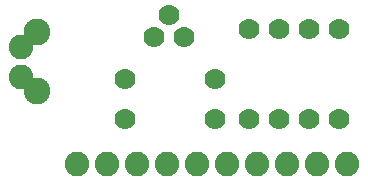
<source format=gbs>
G75*
%MOIN*%
%OFA0B0*%
%FSLAX24Y24*%
%IPPOS*%
%LPD*%
%AMOC8*
5,1,8,0,0,1.08239X$1,22.5*
%
%ADD10C,0.0820*%
%ADD11C,0.0700*%
%ADD12C,0.0892*%
D10*
X002810Y001050D03*
X003810Y001050D03*
X004810Y001050D03*
X005810Y001050D03*
X006810Y001050D03*
X007810Y001050D03*
X008810Y001050D03*
X009810Y001050D03*
X010810Y001050D03*
X011810Y001050D03*
X000950Y003970D03*
X000950Y004970D03*
D11*
X004420Y003880D03*
X004420Y002550D03*
X007420Y002550D03*
X008560Y002550D03*
X009560Y002550D03*
X010560Y002550D03*
X011560Y002550D03*
X007420Y003880D03*
X006380Y005280D03*
X005380Y005280D03*
X005880Y006030D03*
X008560Y005550D03*
X009560Y005550D03*
X010560Y005550D03*
X011560Y005550D03*
D12*
X001490Y005460D03*
X001490Y003491D03*
M02*

</source>
